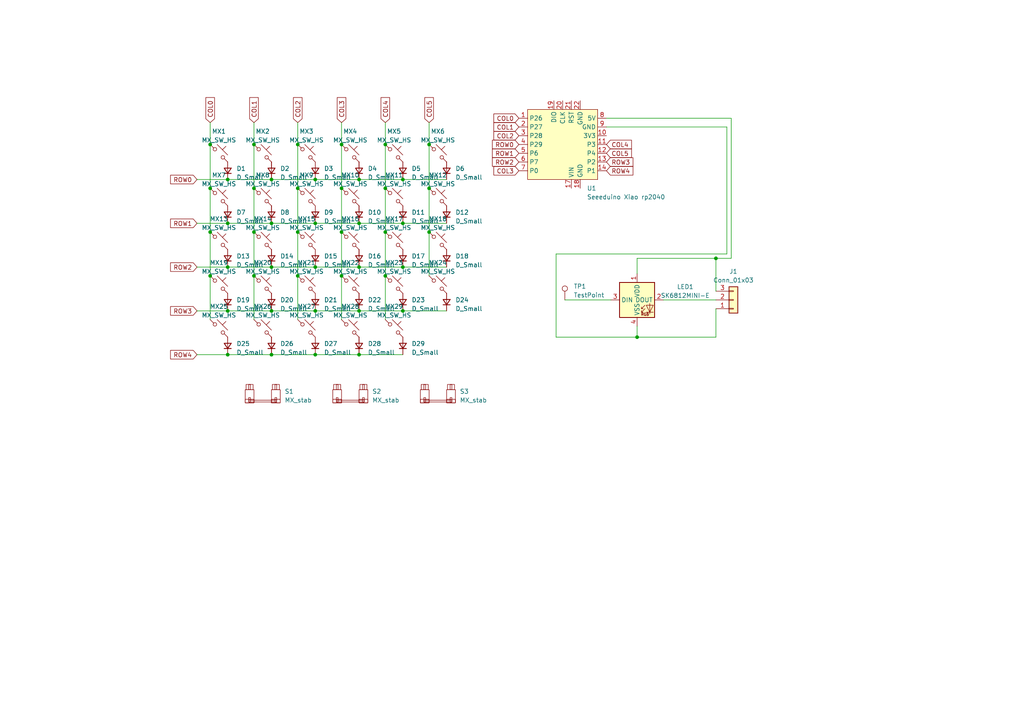
<source format=kicad_sch>
(kicad_sch (version 20230121) (generator eeschema)
  (paper "A4")
  (lib_symbols
    (symbol "Connector:TestPoint" (pin_numbers hide) (pin_names (offset 0.762) hide)
      (property "Reference" "TP" (at 0 6.858 0))
      (property "Value" "TestPoint" (at 0 5.08 0))
      (symbol "TestPoint_0_1"
        (circle (center 0 3.302) (radius 0.762))
      )
      (symbol "TestPoint_1_1"
        (pin passive line (at 0 0 90) (length 2.54) (name "1") (number "1"))
      )
    )
    (symbol "Connector_Generic:Conn_01x03" (pin_names (offset 1.016) hide)
      (property "Reference" "J" (at 0 5.08 0))
      (property "Value" "Conn_01x03" (at 0 -5.08 0))
      (symbol "Conn_01x03_1_1"
        (rectangle (start -1.27 -2.413) (end 0 -2.667) (stroke (width 0.1524)))
        (rectangle (start -1.27 0.127) (end 0 -0.127) (stroke (width 0.1524)))
        (rectangle (start -1.27 2.667) (end 0 2.413) (stroke (width 0.1524)))
        (rectangle (start -1.27 3.81) (end 1.27 -3.81) (stroke (width 0.254)) (fill (type background)))
        (pin passive line (at -5.08 2.54 0) (length 3.81) (name "Pin_1") (number "1"))
        (pin passive line (at -5.08 0 0) (length 3.81) (name "Pin_2") (number "2"))
        (pin passive line (at -5.08 -2.54 0) (length 3.81) (name "Pin_3") (number "3"))
      )
    )
    (symbol "Device:D_Small" (pin_numbers hide) (pin_names (offset 0.254) hide)
      (property "Reference" "D" (at -1.27 2.032 0))
      (property "Value" "D_Small" (at -3.81 -2.032 0))
      (symbol "D_Small_0_1"
        (polyline (pts (xy -0.762 -1.016) (xy -0.762 1.016)) (stroke (width 0.254)))
        (polyline (pts (xy -0.762 0) (xy 0.762 0)))
        (polyline (pts (xy 0.762 -1.016) (xy -0.762 0) (xy 0.762 1.016) (xy 0.762 -1.016)) (stroke (width 0.254)))
      )
      (symbol "D_Small_1_1"
        (pin passive line (at -2.54 0 0) (length 1.778) (name "K") (number "1"))
        (pin passive line (at 2.54 0 180) (length 1.778) (name "A") (number "2"))
      )
    )
    (symbol "PCM_marbastlib-mx:MX_SW_HS" (pin_numbers hide) (pin_names (offset 1.016) hide)
      (property "Reference" "MX" (at 3.048 1.016 0))
      (property "Value" "MX_SW_HS" (at 0 -3.81 0))
      (symbol "MX_SW_HS_0_1"
        (circle (center -1.1684 1.1684) (radius 0.508))
        (polyline (pts (xy -0.508 2.54) (xy 2.54 -0.508)))
        (polyline (pts (xy 1.016 1.016) (xy 2.032 2.032)))
        (polyline (pts (xy -2.54 2.54) (xy -1.524 1.524) (xy -1.524 1.524)))
        (polyline (pts (xy 1.524 -1.524) (xy 2.54 -2.54) (xy 2.54 -2.54) (xy 2.54 -2.54)))
        (circle (center 1.143 -1.1938) (radius 0.508))
        (pin passive line (at -2.54 2.54 0) (length 0) (name "1") (number "1"))
        (pin passive line (at 2.54 -2.54 180) (length 0) (name "2") (number "2"))
      )
    )
    (symbol "PCM_marbastlib-mx:MX_stab" (pin_names (offset 1.016))
      (property "Reference" "S" (at -5.08 6.35 0))
      (property "Value" "MX_stab" (at -5.08 3.81 0))
      (symbol "MX_stab_0_1"
        (rectangle (start -5.08 -1.524) (end -2.54 -2.54))
        (rectangle (start -5.08 1.27) (end -2.54 -2.54))
        (rectangle (start -4.826 2.794) (end -2.794 1.27))
        (rectangle (start -4.064 -2.286) (end -3.556 -1.016))
        (rectangle (start -4.064 -1.778) (end 4.064 -2.286))
        (rectangle (start -4.064 1.27) (end -3.556 2.794))
        (rectangle (start 2.54 -1.524) (end 5.08 -2.54))
        (rectangle (start 2.54 1.27) (end 5.08 -2.54))
        (rectangle (start 2.794 2.794) (end 4.826 1.27))
        (rectangle (start 3.556 1.27) (end 4.064 2.794))
        (rectangle (start 4.064 -2.286) (end 3.556 -1.016))
      )
    )
    (symbol "PCM_marbastlib-promicroish:Seeeduino_Xiao_rp2040" (in_bom no)
      (property "Reference" "U" (at -10.16 -12.7 0))
      (property "Value" "Seeeduino Xiao rp2040" (at -10.16 -15.24 0))
      (symbol "Seeeduino_Xiao_rp2040_1_0"
        (pin bidirectional line (at -12.7 7.62 0) (length 2.54) (name "P26") (number "1"))
        (pin power_out line (at 12.7 2.54 180) (length 2.54) (name "3V3") (number "10"))
        (pin bidirectional line (at 12.7 0 180) (length 2.54) (name "P3") (number "11"))
        (pin bidirectional line (at 12.7 -2.54 180) (length 2.54) (name "P4") (number "12"))
        (pin bidirectional line (at 12.7 -5.08 180) (length 2.54) (name "P2") (number "13"))
        (pin bidirectional line (at 12.7 -7.62 180) (length 2.54) (name "P1") (number "14"))
        (pin power_in line (at 2.54 -12.7 90) (length 2.54) (name "VIN") (number "17"))
        (pin power_in line (at 5.08 -12.7 90) (length 2.54) (name "GND") (number "18"))
        (pin bidirectional line (at -2.54 12.7 270) (length 2.54) (name "DIO") (number "19"))
        (pin bidirectional line (at -12.7 5.08 0) (length 2.54) (name "P27") (number "2"))
        (pin bidirectional line (at 0 12.7 270) (length 2.54) (name "CLK") (number "20"))
        (pin bidirectional line (at 2.54 12.7 270) (length 2.54) (name "RST") (number "21"))
        (pin power_out line (at 5.08 12.7 270) (length 2.54) (name "GND") (number "22"))
        (pin bidirectional line (at -12.7 2.54 0) (length 2.54) (name "P28") (number "3"))
        (pin bidirectional line (at -12.7 0 0) (length 2.54) (name "P29") (number "4"))
        (pin bidirectional line (at -12.7 -2.54 0) (length 2.54) (name "P6") (number "5"))
        (pin bidirectional line (at -12.7 -5.08 0) (length 2.54) (name "P7") (number "6"))
        (pin bidirectional line (at -12.7 -7.62 0) (length 2.54) (name "P0") (number "7"))
        (pin power_out line (at 12.7 7.62 180) (length 2.54) (name "5V") (number "8"))
        (pin power_out line (at 12.7 5.08 180) (length 2.54) (name "GND") (number "9"))
      )
      (symbol "Seeeduino_Xiao_rp2040_1_1"
        (rectangle (start -10.16 10.16) (end 10.16 -10.16) (fill (type background)))
      )
    )
    (symbol "PCM_marbastlib-various:SK6812MINI-E"
      (property "Reference" "LED" (at 2.54 6.35 0))
      (property "Value" "SK6812MINI-E" (at 7.62 -6.35 0))
      (symbol "SK6812MINI-E_0_0"
        (text "RGB" (at 2.286 -4.191 0) (effects (font (size 0.762 0.762))))
      )
      (symbol "SK6812MINI-E_0_1"
        (polyline (pts (xy 1.27 -3.556) (xy 1.778 -3.556)))
        (polyline (pts (xy 1.27 -2.54) (xy 1.778 -2.54)))
        (polyline (pts (xy 4.699 -3.556) (xy 2.667 -3.556)))
        (polyline (pts (xy 2.286 -2.54) (xy 1.27 -3.556) (xy 1.27 -3.048)))
        (polyline (pts (xy 2.286 -1.524) (xy 1.27 -2.54) (xy 1.27 -2.032)))
        (polyline (pts (xy 3.683 -1.016) (xy 3.683 -3.556) (xy 3.683 -4.064)))
        (polyline (pts (xy 4.699 -1.524) (xy 2.667 -1.524) (xy 3.683 -3.556) (xy 4.699 -1.524)))
        (rectangle (start 5.08 5.08) (end -5.08 -5.08) (stroke (width 0.254)) (fill (type background)))
      )
      (symbol "SK6812MINI-E_1_1"
        (pin power_in line (at 0 7.62 270) (length 2.54) (name "VDD") (number "1"))
        (pin output line (at 7.62 0 180) (length 2.54) (name "DOUT") (number "2"))
        (pin input line (at -7.62 0 0) (length 2.54) (name "DIN") (number "3"))
        (pin power_in line (at 0 -7.62 90) (length 2.54) (name "VSS") (number "4"))
      )
    )
  )
  (junction (at 86.36 67.31))
  (junction (at 91.44 90.17))
  (junction (at 91.44 77.47))
  (junction (at 207.645 74.93))
  (junction (at 78.74 102.87))
  (junction (at 111.76 80.01))
  (junction (at 73.66 41.91))
  (junction (at 60.96 54.61))
  (junction (at 116.84 64.77))
  (junction (at 111.76 67.31))
  (junction (at 99.06 67.31))
  (junction (at 60.96 41.91))
  (junction (at 78.74 64.77))
  (junction (at 60.96 67.31))
  (junction (at 111.76 54.61))
  (junction (at 91.44 52.07))
  (junction (at 73.66 67.31))
  (junction (at 104.14 90.17))
  (junction (at 99.06 80.01))
  (junction (at 104.14 52.07))
  (junction (at 86.36 54.61))
  (junction (at 78.74 52.07))
  (junction (at 66.04 52.07))
  (junction (at 66.04 77.47))
  (junction (at 86.36 41.91))
  (junction (at 99.06 41.91))
  (junction (at 124.46 67.31))
  (junction (at 66.04 102.87))
  (junction (at 60.96 80.01))
  (junction (at 124.46 41.91))
  (junction (at 104.14 77.47))
  (junction (at 116.84 90.17))
  (junction (at 78.74 90.17))
  (junction (at 124.46 54.61))
  (junction (at 66.04 64.77))
  (junction (at 86.36 80.01))
  (junction (at 66.04 90.17))
  (junction (at 111.76 41.91))
  (junction (at 91.44 102.87))
  (junction (at 104.14 102.87))
  (junction (at 73.66 80.01))
  (junction (at 91.44 64.77))
  (junction (at 184.785 97.79))
  (junction (at 104.14 64.77))
  (junction (at 116.84 52.07))
  (junction (at 116.84 77.47))
  (junction (at 78.74 77.47))
  (junction (at 99.06 54.61))
  (junction (at 73.66 54.61))
  (wire (pts (xy 212.09 34.29) (xy 212.09 74.93)))
  (wire (pts (xy 104.14 102.87) (xy 116.84 102.87)))
  (wire (pts (xy 104.14 90.17) (xy 116.84 90.17)))
  (wire (pts (xy 78.74 64.77) (xy 91.44 64.77)))
  (wire (pts (xy 57.15 90.17) (xy 66.04 90.17)))
  (wire (pts (xy 99.06 54.61) (xy 99.06 67.31)))
  (wire (pts (xy 60.96 35.56) (xy 60.96 41.91)))
  (wire (pts (xy 163.83 86.995) (xy 177.165 86.995)))
  (wire (pts (xy 60.96 80.01) (xy 60.96 92.71)))
  (wire (pts (xy 99.06 35.56) (xy 99.06 41.91)))
  (wire (pts (xy 86.36 35.56) (xy 86.36 41.91)))
  (wire (pts (xy 111.76 35.56) (xy 111.76 41.91)))
  (wire (pts (xy 207.645 86.995) (xy 192.405 86.995)))
  (wire (pts (xy 111.76 67.31) (xy 111.76 80.01)))
  (wire (pts (xy 116.84 90.17) (xy 129.54 90.17)))
  (wire (pts (xy 124.46 67.31) (xy 124.46 80.01)))
  (wire (pts (xy 210.82 73.66) (xy 161.29 73.66)))
  (wire (pts (xy 91.44 77.47) (xy 104.14 77.47)))
  (wire (pts (xy 78.74 52.07) (xy 91.44 52.07)))
  (wire (pts (xy 207.645 97.79) (xy 184.785 97.79)))
  (wire (pts (xy 124.46 35.56) (xy 124.46 41.91)))
  (wire (pts (xy 111.76 80.01) (xy 111.76 92.71)))
  (wire (pts (xy 175.895 34.29) (xy 212.09 34.29)))
  (wire (pts (xy 57.15 77.47) (xy 66.04 77.47)))
  (wire (pts (xy 86.36 54.61) (xy 86.36 67.31)))
  (wire (pts (xy 99.06 67.31) (xy 99.06 80.01)))
  (wire (pts (xy 73.66 35.56) (xy 73.66 41.91)))
  (wire (pts (xy 66.04 77.47) (xy 78.74 77.47)))
  (wire (pts (xy 104.14 77.47) (xy 116.84 77.47)))
  (wire (pts (xy 116.84 77.47) (xy 129.54 77.47)))
  (wire (pts (xy 99.06 41.91) (xy 99.06 54.61)))
  (wire (pts (xy 60.96 54.61) (xy 60.96 67.31)))
  (wire (pts (xy 73.66 41.91) (xy 73.66 54.61)))
  (wire (pts (xy 184.785 74.93) (xy 184.785 79.375)))
  (wire (pts (xy 124.46 41.91) (xy 124.46 54.61)))
  (wire (pts (xy 91.44 52.07) (xy 104.14 52.07)))
  (wire (pts (xy 210.82 36.83) (xy 210.82 73.66)))
  (wire (pts (xy 124.46 54.61) (xy 124.46 67.31)))
  (wire (pts (xy 78.74 90.17) (xy 91.44 90.17)))
  (wire (pts (xy 116.84 64.77) (xy 129.54 64.77)))
  (wire (pts (xy 207.645 74.93) (xy 207.645 84.455)))
  (wire (pts (xy 86.36 41.91) (xy 86.36 54.61)))
  (wire (pts (xy 73.66 67.31) (xy 73.66 80.01)))
  (wire (pts (xy 104.14 64.77) (xy 116.84 64.77)))
  (wire (pts (xy 207.645 89.535) (xy 207.645 97.79)))
  (wire (pts (xy 91.44 64.77) (xy 104.14 64.77)))
  (wire (pts (xy 161.29 73.66) (xy 161.29 97.79)))
  (wire (pts (xy 73.66 80.01) (xy 73.66 92.71)))
  (wire (pts (xy 207.645 74.93) (xy 184.785 74.93)))
  (wire (pts (xy 66.04 102.87) (xy 78.74 102.87)))
  (wire (pts (xy 175.895 36.83) (xy 210.82 36.83)))
  (wire (pts (xy 73.66 54.61) (xy 73.66 67.31)))
  (wire (pts (xy 57.15 102.87) (xy 66.04 102.87)))
  (wire (pts (xy 57.15 64.77) (xy 66.04 64.77)))
  (wire (pts (xy 86.36 80.01) (xy 86.36 92.71)))
  (wire (pts (xy 78.74 102.87) (xy 91.44 102.87)))
  (wire (pts (xy 66.04 52.07) (xy 78.74 52.07)))
  (wire (pts (xy 66.04 90.17) (xy 78.74 90.17)))
  (wire (pts (xy 78.74 77.47) (xy 91.44 77.47)))
  (wire (pts (xy 116.84 52.07) (xy 129.54 52.07)))
  (wire (pts (xy 111.76 41.91) (xy 111.76 54.61)))
  (wire (pts (xy 91.44 102.87) (xy 104.14 102.87)))
  (wire (pts (xy 57.15 52.07) (xy 66.04 52.07)))
  (wire (pts (xy 104.14 52.07) (xy 116.84 52.07)))
  (wire (pts (xy 91.44 90.17) (xy 104.14 90.17)))
  (wire (pts (xy 86.36 67.31) (xy 86.36 80.01)))
  (wire (pts (xy 111.76 54.61) (xy 111.76 67.31)))
  (wire (pts (xy 66.04 64.77) (xy 78.74 64.77)))
  (wire (pts (xy 99.06 80.01) (xy 99.06 92.71)))
  (wire (pts (xy 60.96 41.91) (xy 60.96 54.61)))
  (wire (pts (xy 161.29 97.79) (xy 184.785 97.79)))
  (wire (pts (xy 184.785 97.79) (xy 184.785 94.615)))
  (wire (pts (xy 212.09 74.93) (xy 207.645 74.93)))
  (wire (pts (xy 60.96 67.31) (xy 60.96 80.01)))
  (global_label "ROW4" (shape input) (at 175.895 49.53 0) (property "Intersheetrefs" "${INTERSHEET_REFS}" (effects hide)))
  (global_label "ROW1" (shape input) (at 57.15 64.77 180) (property "Intersheetrefs" "${INTERSHEET_REFS}" (effects hide)))
  (global_label "ROW2" (shape input) (at 150.495 46.99 180) (property "Intersheetrefs" "${INTERSHEET_REFS}" (effects hide)))
  (global_label "COL1" (shape input) (at 73.66 35.56 90) (property "Intersheetrefs" "${INTERSHEET_REFS}" (effects hide)))
  (global_label "ROW0" (shape input) (at 150.495 41.91 180) (property "Intersheetrefs" "${INTERSHEET_REFS}" (effects hide)))
  (global_label "ROW3" (shape input) (at 175.895 46.99 0) (property "Intersheetrefs" "${INTERSHEET_REFS}" (effects hide)))
  (global_label "COL2" (shape input) (at 150.495 39.37 180) (property "Intersheetrefs" "${INTERSHEET_REFS}" (effects hide)))
  (global_label "COL5" (shape input) (at 124.46 35.56 90) (property "Intersheetrefs" "${INTERSHEET_REFS}" (effects hide)))
  (global_label "ROW3" (shape input) (at 57.15 90.17 180) (property "Intersheetrefs" "${INTERSHEET_REFS}" (effects hide)))
  (global_label "COL3" (shape input) (at 99.06 35.56 90) (property "Intersheetrefs" "${INTERSHEET_REFS}" (effects hide)))
  (global_label "ROW4" (shape input) (at 57.15 102.87 180) (property "Intersheetrefs" "${INTERSHEET_REFS}" (effects hide)))
  (global_label "COL4" (shape input) (at 111.76 35.56 90) (property "Intersheetrefs" "${INTERSHEET_REFS}" (effects hide)))
  (global_label "ROW0" (shape input) (at 57.15 52.07 180) (property "Intersheetrefs" "${INTERSHEET_REFS}" (effects hide)))
  (global_label "COL3" (shape input) (at 150.495 49.53 180) (property "Intersheetrefs" "${INTERSHEET_REFS}" (effects hide)))
  (global_label "COL0" (shape input) (at 60.96 35.56 90) (property "Intersheetrefs" "${INTERSHEET_REFS}" (effects hide)))
  (global_label "COL5" (shape input) (at 175.895 44.45 0) (property "Intersheetrefs" "${INTERSHEET_REFS}" (effects hide)))
  (global_label "ROW1" (shape input) (at 150.495 44.45 180) (property "Intersheetrefs" "${INTERSHEET_REFS}" (effects hide)))
  (global_label "COL4" (shape input) (at 175.895 41.91 0) (property "Intersheetrefs" "${INTERSHEET_REFS}" (effects hide)))
  (global_label "ROW2" (shape input) (at 57.15 77.47 180) (property "Intersheetrefs" "${INTERSHEET_REFS}" (effects hide)))
  (global_label "COL2" (shape input) (at 86.36 35.56 90) (property "Intersheetrefs" "${INTERSHEET_REFS}" (effects hide)))
  (global_label "COL0" (shape input) (at 150.495 34.29 180) (property "Intersheetrefs" "${INTERSHEET_REFS}" (effects hide)))
  (global_label "COL1" (shape input) (at 150.495 36.83 180) (property "Intersheetrefs" "${INTERSHEET_REFS}" (effects hide)))
  (symbol (lib_id "Device:D_Small") (at 66.04 87.63 90) (unit 1)
    (property "Reference" "D19" (at 68.58 86.995 90) (effects (justify right)))
    (property "Value" "D_Small" (at 68.58 89.535 90) (effects (justify right)))
    (property "Footprint" "Diode_SMD:D_SOD-123" (effects hide))
    (property "Sim.Device" "D" (effects hide))
    (property "Sim.Pins" "1=K 2=A" (effects hide))
  )
  (symbol (lib_id "PCM_marbastlib-mx:MX_SW_HS") (at 63.5 95.25 0) (unit 1)
    (property "Reference" "MX25" (at 63.5 88.9 0))
    (property "Value" "MX_SW_HS" (at 63.5 91.44 0))
    (property "Footprint" "PCM_marbastlib-mx:SW_MX_HS_1u" (effects hide))
  )
  (symbol (lib_id "Device:D_Small") (at 129.54 74.93 90) (unit 1)
    (property "Reference" "D18" (at 132.08 74.295 90) (effects (justify right)))
    (property "Value" "D_Small" (at 132.08 76.835 90) (effects (justify right)))
    (property "Footprint" "Diode_SMD:D_SOD-123" (effects hide))
    (property "Sim.Device" "D" (effects hide))
    (property "Sim.Pins" "1=K 2=A" (effects hide))
  )
  (symbol (lib_id "PCM_marbastlib-mx:MX_SW_HS") (at 76.2 44.45 0) (unit 1)
    (property "Reference" "MX2" (at 76.2 38.1 0))
    (property "Value" "MX_SW_HS" (at 76.2 40.64 0))
    (property "Footprint" "PCM_marbastlib-mx:SW_MX_HS_1u" (effects hide))
  )
  (symbol (lib_id "Device:D_Small") (at 78.74 49.53 90) (unit 1)
    (property "Reference" "D2" (at 81.28 48.895 90) (effects (justify right)))
    (property "Value" "D_Small" (at 81.28 51.435 90) (effects (justify right)))
    (property "Footprint" "Diode_SMD:D_SOD-123" (effects hide))
    (property "Sim.Device" "D" (effects hide))
    (property "Sim.Pins" "1=K 2=A" (effects hide))
  )
  (symbol (lib_id "Device:D_Small") (at 104.14 74.93 90) (unit 1)
    (property "Reference" "D16" (at 106.68 74.295 90) (effects (justify right)))
    (property "Value" "D_Small" (at 106.68 76.835 90) (effects (justify right)))
    (property "Footprint" "Diode_SMD:D_SOD-123" (effects hide))
    (property "Sim.Device" "D" (effects hide))
    (property "Sim.Pins" "1=K 2=A" (effects hide))
  )
  (symbol (lib_id "PCM_marbastlib-mx:MX_SW_HS") (at 88.9 82.55 0) (unit 1)
    (property "Reference" "MX21" (at 88.9 76.2 0))
    (property "Value" "MX_SW_HS" (at 88.9 78.74 0))
    (property "Footprint" "PCM_marbastlib-mx:SW_MX_HS_1u" (effects hide))
  )
  (symbol (lib_id "Device:D_Small") (at 78.74 87.63 90) (unit 1)
    (property "Reference" "D20" (at 81.28 86.995 90) (effects (justify right)))
    (property "Value" "D_Small" (at 81.28 89.535 90) (effects (justify right)))
    (property "Footprint" "Diode_SMD:D_SOD-123" (effects hide))
    (property "Sim.Device" "D" (effects hide))
    (property "Sim.Pins" "1=K 2=A" (effects hide))
  )
  (symbol (lib_id "Device:D_Small") (at 66.04 49.53 90) (unit 1)
    (property "Reference" "D1" (at 68.58 48.895 90) (effects (justify right)))
    (property "Value" "D_Small" (at 68.58 51.435 90) (effects (justify right)))
    (property "Footprint" "Diode_SMD:D_SOD-123" (effects hide))
    (property "Sim.Device" "D" (effects hide))
    (property "Sim.Pins" "1=K 2=A" (effects hide))
  )
  (symbol (lib_id "PCM_marbastlib-promicroish:Seeeduino_Xiao_rp2040") (at 163.195 41.91 0) (unit 1) (in_bom no)
    (property "Reference" "U1" (at 170.2309 54.61 0) (effects (justify left)))
    (property "Value" "Seeeduino Xiao rp2040" (at 170.2309 57.15 0) (effects (justify left)))
    (property "Footprint" "PCM_marbastlib-xp-promicroish:Xiao_rp2040_ACH" (effects hide))
  )
  (symbol (lib_id "Device:D_Small") (at 104.14 62.23 90) (unit 1)
    (property "Reference" "D10" (at 106.68 61.595 90) (effects (justify right)))
    (property "Value" "D_Small" (at 106.68 64.135 90) (effects (justify right)))
    (property "Footprint" "Diode_SMD:D_SOD-123" (effects hide))
    (property "Sim.Device" "D" (effects hide))
    (property "Sim.Pins" "1=K 2=A" (effects hide))
  )
  (symbol (lib_id "PCM_marbastlib-mx:MX_SW_HS") (at 76.2 57.15 0) (unit 1)
    (property "Reference" "MX8" (at 76.2 50.8 0))
    (property "Value" "MX_SW_HS" (at 76.2 53.34 0))
    (property "Footprint" "PCM_marbastlib-mx:SW_MX_HS_1u" (effects hide))
  )
  (symbol (lib_id "PCM_marbastlib-mx:MX_stab") (at 101.6 114.3 0) (unit 1)
    (property "Reference" "S2" (at 107.95 113.538 0) (effects (justify left)))
    (property "Value" "MX_stab" (at 107.95 116.078 0) (effects (justify left)))
    (property "Footprint" "PCM_marbastlib-mx:STAB_MX_P_2.75u" (effects hide))
  )
  (symbol (lib_id "Device:D_Small") (at 116.84 100.33 90) (unit 1)
    (property "Reference" "D29" (at 119.38 99.695 90) (effects (justify right)))
    (property "Value" "D_Small" (at 119.38 102.235 90) (effects (justify right)))
    (property "Footprint" "Diode_SMD:D_SOD-123" (effects hide))
    (property "Sim.Device" "D" (effects hide))
    (property "Sim.Pins" "1=K 2=A" (effects hide))
  )
  (symbol (lib_id "Device:D_Small") (at 78.74 62.23 90) (unit 1)
    (property "Reference" "D8" (at 81.28 61.595 90) (effects (justify right)))
    (property "Value" "D_Small" (at 81.28 64.135 90) (effects (justify right)))
    (property "Footprint" "Diode_SMD:D_SOD-123" (effects hide))
    (property "Sim.Device" "D" (effects hide))
    (property "Sim.Pins" "1=K 2=A" (effects hide))
  )
  (symbol (lib_id "Device:D_Small") (at 91.44 49.53 90) (unit 1)
    (property "Reference" "D3" (at 93.98 48.895 90) (effects (justify right)))
    (property "Value" "D_Small" (at 93.98 51.435 90) (effects (justify right)))
    (property "Footprint" "Diode_SMD:D_SOD-123" (effects hide))
    (property "Sim.Device" "D" (effects hide))
    (property "Sim.Pins" "1=K 2=A" (effects hide))
  )
  (symbol (lib_id "PCM_marbastlib-mx:MX_SW_HS") (at 88.9 44.45 0) (unit 1)
    (property "Reference" "MX3" (at 88.9 38.1 0))
    (property "Value" "MX_SW_HS" (at 88.9 40.64 0))
    (property "Footprint" "PCM_marbastlib-mx:SW_MX_HS_1u" (effects hide))
  )
  (symbol (lib_id "PCM_marbastlib-mx:MX_SW_HS") (at 63.5 44.45 0) (unit 1)
    (property "Reference" "MX1" (at 63.5 38.1 0))
    (property "Value" "MX_SW_HS" (at 63.5 40.64 0))
    (property "Footprint" "PCM_marbastlib-mx:SW_MX_HS_1.5u" (effects hide))
  )
  (symbol (lib_id "Device:D_Small") (at 116.84 62.23 90) (unit 1)
    (property "Reference" "D11" (at 119.38 61.595 90) (effects (justify right)))
    (property "Value" "D_Small" (at 119.38 64.135 90) (effects (justify right)))
    (property "Footprint" "Diode_SMD:D_SOD-123" (effects hide))
    (property "Sim.Device" "D" (effects hide))
    (property "Sim.Pins" "1=K 2=A" (effects hide))
  )
  (symbol (lib_id "Device:D_Small") (at 116.84 74.93 90) (unit 1)
    (property "Reference" "D17" (at 119.38 74.295 90) (effects (justify right)))
    (property "Value" "D_Small" (at 119.38 76.835 90) (effects (justify right)))
    (property "Footprint" "Diode_SMD:D_SOD-123" (effects hide))
    (property "Sim.Device" "D" (effects hide))
    (property "Sim.Pins" "1=K 2=A" (effects hide))
  )
  (symbol (lib_id "PCM_marbastlib-mx:MX_SW_HS") (at 101.6 44.45 0) (unit 1)
    (property "Reference" "MX4" (at 101.6 38.1 0))
    (property "Value" "MX_SW_HS" (at 101.6 40.64 0))
    (property "Footprint" "PCM_marbastlib-mx:SW_MX_HS_1u" (effects hide))
  )
  (symbol (lib_id "PCM_marbastlib-mx:MX_SW_HS") (at 114.3 82.55 0) (unit 1)
    (property "Reference" "MX23" (at 114.3 76.2 0))
    (property "Value" "MX_SW_HS" (at 114.3 78.74 0))
    (property "Footprint" "PCM_marbastlib-mx:SW_MX_HS_1u" (effects hide))
  )
  (symbol (lib_id "PCM_marbastlib-mx:MX_SW_HS") (at 101.6 57.15 0) (unit 1)
    (property "Reference" "MX10" (at 101.6 50.8 0))
    (property "Value" "MX_SW_HS" (at 101.6 53.34 0))
    (property "Footprint" "PCM_marbastlib-mx:SW_MX_HS_1u" (effects hide))
  )
  (symbol (lib_id "Device:D_Small") (at 66.04 100.33 90) (unit 1)
    (property "Reference" "D25" (at 68.58 99.695 90) (effects (justify right)))
    (property "Value" "D_Small" (at 68.58 102.235 90) (effects (justify right)))
    (property "Footprint" "Diode_SMD:D_SOD-123" (effects hide))
    (property "Sim.Device" "D" (effects hide))
    (property "Sim.Pins" "1=K 2=A" (effects hide))
  )
  (symbol (lib_id "PCM_marbastlib-mx:MX_SW_HS") (at 101.6 82.55 0) (unit 1)
    (property "Reference" "MX22" (at 101.6 76.2 0))
    (property "Value" "MX_SW_HS" (at 101.6 78.74 0))
    (property "Footprint" "PCM_marbastlib-mx:SW_MX_HS_1u" (effects hide))
  )
  (symbol (lib_id "PCM_marbastlib-mx:MX_SW_HS") (at 127 57.15 0) (unit 1)
    (property "Reference" "MX12" (at 127 50.8 0))
    (property "Value" "MX_SW_HS" (at 127 53.34 0))
    (property "Footprint" "PCM_marbastlib-mx:SW_MX_HS_1u" (effects hide))
  )
  (symbol (lib_id "Device:D_Small") (at 104.14 100.33 90) (unit 1)
    (property "Reference" "D28" (at 106.68 99.695 90) (effects (justify right)))
    (property "Value" "D_Small" (at 106.68 102.235 90) (effects (justify right)))
    (property "Footprint" "Diode_SMD:D_SOD-123" (effects hide))
    (property "Sim.Device" "D" (effects hide))
    (property "Sim.Pins" "1=K 2=A" (effects hide))
  )
  (symbol (lib_id "Device:D_Small") (at 129.54 87.63 90) (unit 1)
    (property "Reference" "D24" (at 132.08 86.995 90) (effects (justify right)))
    (property "Value" "D_Small" (at 132.08 89.535 90) (effects (justify right)))
    (property "Footprint" "Diode_SMD:D_SOD-123" (effects hide))
    (property "Sim.Device" "D" (effects hide))
    (property "Sim.Pins" "1=K 2=A" (effects hide))
  )
  (symbol (lib_id "Device:D_Small") (at 116.84 49.53 90) (unit 1)
    (property "Reference" "D5" (at 119.38 48.895 90) (effects (justify right)))
    (property "Value" "D_Small" (at 119.38 51.435 90) (effects (justify right)))
    (property "Footprint" "Diode_SMD:D_SOD-123" (effects hide))
    (property "Sim.Device" "D" (effects hide))
    (property "Sim.Pins" "1=K 2=A" (effects hide))
  )
  (symbol (lib_id "PCM_marbastlib-mx:MX_SW_HS") (at 114.3 69.85 0) (unit 1)
    (property "Reference" "MX17" (at 114.3 63.5 0))
    (property "Value" "MX_SW_HS" (at 114.3 66.04 0))
    (property "Footprint" "PCM_marbastlib-mx:SW_MX_HS_1u" (effects hide))
  )
  (symbol (lib_id "PCM_marbastlib-mx:MX_SW_HS") (at 127 69.85 0) (unit 1)
    (property "Reference" "MX18" (at 127 63.5 0))
    (property "Value" "MX_SW_HS" (at 127 66.04 0))
    (property "Footprint" "PCM_marbastlib-mx:SW_MX_HS_1u" (effects hide))
  )
  (symbol (lib_id "Device:D_Small") (at 129.54 49.53 90) (unit 1)
    (property "Reference" "D6" (at 132.08 48.895 90) (effects (justify right)))
    (property "Value" "D_Small" (at 132.08 51.435 90) (effects (justify right)))
    (property "Footprint" "Diode_SMD:D_SOD-123" (effects hide))
    (property "Sim.Device" "D" (effects hide))
    (property "Sim.Pins" "1=K 2=A" (effects hide))
  )
  (symbol (lib_id "Device:D_Small") (at 91.44 87.63 90) (unit 1)
    (property "Reference" "D21" (at 93.98 86.995 90) (effects (justify right)))
    (property "Value" "D_Small" (at 93.98 89.535 90) (effects (justify right)))
    (property "Footprint" "Diode_SMD:D_SOD-123" (effects hide))
    (property "Sim.Device" "D" (effects hide))
    (property "Sim.Pins" "1=K 2=A" (effects hide))
  )
  (symbol (lib_id "PCM_marbastlib-mx:MX_SW_HS") (at 127 82.55 0) (unit 1)
    (property "Reference" "MX24" (at 127 76.2 0))
    (property "Value" "MX_SW_HS" (at 127 78.74 0))
    (property "Footprint" "PCM_marbastlib-mx:SW_MX_HS_1u" (effects hide))
  )
  (symbol (lib_id "PCM_marbastlib-mx:MX_SW_HS") (at 101.6 69.85 0) (unit 1)
    (property "Reference" "MX16" (at 101.6 63.5 0))
    (property "Value" "MX_SW_HS" (at 101.6 66.04 0))
    (property "Footprint" "PCM_marbastlib-mx:SW_MX_HS_1u" (effects hide))
  )
  (symbol (lib_id "PCM_marbastlib-mx:MX_stab") (at 127 114.3 0) (unit 1)
    (property "Reference" "S3" (at 133.35 113.538 0) (effects (justify left)))
    (property "Value" "MX_stab" (at 133.35 116.078 0) (effects (justify left)))
    (property "Footprint" "PCM_marbastlib-mx:STAB_MX_P_ISO-ROT" (effects hide))
  )
  (symbol (lib_id "PCM_marbastlib-mx:MX_SW_HS") (at 114.3 57.15 0) (unit 1)
    (property "Reference" "MX11" (at 114.3 50.8 0))
    (property "Value" "MX_SW_HS" (at 114.3 53.34 0))
    (property "Footprint" "PCM_marbastlib-mx:SW_MX_HS_1u" (effects hide))
  )
  (symbol (lib_id "Device:D_Small") (at 66.04 74.93 90) (unit 1)
    (property "Reference" "D13" (at 68.58 74.295 90) (effects (justify right)))
    (property "Value" "D_Small" (at 68.58 76.835 90) (effects (justify right)))
    (property "Footprint" "Diode_SMD:D_SOD-123" (effects hide))
    (property "Sim.Device" "D" (effects hide))
    (property "Sim.Pins" "1=K 2=A" (effects hide))
  )
  (symbol (lib_id "PCM_marbastlib-mx:MX_SW_HS") (at 76.2 95.25 0) (unit 1)
    (property "Reference" "MX26" (at 76.2 88.9 0))
    (property "Value" "MX_SW_HS" (at 76.2 91.44 0))
    (property "Footprint" "PCM_marbastlib-mx:SW_MX_HS_1u" (effects hide))
  )
  (symbol (lib_id "PCM_marbastlib-mx:MX_SW_HS") (at 127 44.45 0) (unit 1)
    (property "Reference" "MX6" (at 127 38.1 0))
    (property "Value" "MX_SW_HS" (at 127 40.64 0))
    (property "Footprint" "PCM_marbastlib-mx:SW_MX_HS_1u" (effects hide))
  )
  (symbol (lib_id "PCM_marbastlib-mx:MX_SW_HS") (at 63.5 57.15 0) (unit 1)
    (property "Reference" "MX7" (at 63.5 50.8 0))
    (property "Value" "MX_SW_HS" (at 63.5 53.34 0))
    (property "Footprint" "PCM_marbastlib-mx:SW_MX_HS_1.75u_STP_1.25" (effects hide))
  )
  (symbol (lib_id "PCM_marbastlib-mx:MX_SW_HS") (at 88.9 57.15 0) (unit 1)
    (property "Reference" "MX9" (at 88.9 50.8 0))
    (property "Value" "MX_SW_HS" (at 88.9 53.34 0))
    (property "Footprint" "PCM_marbastlib-mx:SW_MX_HS_1u" (effects hide))
  )
  (symbol (lib_id "PCM_marbastlib-mx:MX_SW_HS") (at 114.3 44.45 0) (unit 1)
    (property "Reference" "MX5" (at 114.3 38.1 0))
    (property "Value" "MX_SW_HS" (at 114.3 40.64 0))
    (property "Footprint" "PCM_marbastlib-mx:SW_MX_HS_1u" (effects hide))
  )
  (symbol (lib_id "Device:D_Small") (at 104.14 87.63 90) (unit 1)
    (property "Reference" "D22" (at 106.68 86.995 90) (effects (justify right)))
    (property "Value" "D_Small" (at 106.68 89.535 90) (effects (justify right)))
    (property "Footprint" "Diode_SMD:D_SOD-123" (effects hide))
    (property "Sim.Device" "D" (effects hide))
    (property "Sim.Pins" "1=K 2=A" (effects hide))
  )
  (symbol (lib_id "Device:D_Small") (at 104.14 49.53 90) (unit 1)
    (property "Reference" "D4" (at 106.68 48.895 90) (effects (justify right)))
    (property "Value" "D_Small" (at 106.68 51.435 90) (effects (justify right)))
    (property "Footprint" "Diode_SMD:D_SOD-123" (effects hide))
    (property "Sim.Device" "D" (effects hide))
    (property "Sim.Pins" "1=K 2=A" (effects hide))
  )
  (symbol (lib_id "PCM_marbastlib-mx:MX_SW_HS") (at 88.9 95.25 0) (unit 1)
    (property "Reference" "MX27" (at 88.9 88.9 0))
    (property "Value" "MX_SW_HS" (at 88.9 91.44 0))
    (property "Footprint" "PCM_marbastlib-mx:SW_MX_HS_1u" (effects hide))
  )
  (symbol (lib_id "PCM_marbastlib-mx:MX_SW_HS") (at 88.9 69.85 0) (unit 1)
    (property "Reference" "MX15" (at 88.9 63.5 0))
    (property "Value" "MX_SW_HS" (at 88.9 66.04 0))
    (property "Footprint" "PCM_marbastlib-mx:SW_MX_HS_1u" (effects hide))
  )
  (symbol (lib_id "Device:D_Small") (at 78.74 74.93 90) (unit 1)
    (property "Reference" "D14" (at 81.28 74.295 90) (effects (justify right)))
    (property "Value" "D_Small" (at 81.28 76.835 90) (effects (justify right)))
    (property "Footprint" "Diode_SMD:D_SOD-123" (effects hide))
    (property "Sim.Device" "D" (effects hide))
    (property "Sim.Pins" "1=K 2=A" (effects hide))
  )
  (symbol (lib_id "PCM_marbastlib-mx:MX_SW_HS") (at 63.5 69.85 0) (unit 1)
    (property "Reference" "MX13" (at 63.5 63.5 0))
    (property "Value" "MX_SW_HS" (at 63.5 66.04 0))
    (property "Footprint" "PCM_marbastlib-mx:SW_MX_HS_1u" (effects hide))
  )
  (symbol (lib_id "PCM_marbastlib-various:SK6812MINI-E") (at 184.785 86.995 0) (unit 1)
    (property "Reference" "LED1" (at 198.755 83.185 0))
    (property "Value" "SK6812MINI-E" (at 198.755 85.725 0))
    (property "Footprint" "PCM_marbastlib-mx:LED_MX_6028R" (effects hide))
  )
  (symbol (lib_id "Device:D_Small") (at 91.44 100.33 90) (unit 1)
    (property "Reference" "D27" (at 93.98 99.695 90) (effects (justify right)))
    (property "Value" "D_Small" (at 93.98 102.235 90) (effects (justify right)))
    (property "Footprint" "Diode_SMD:D_SOD-123" (effects hide))
    (property "Sim.Device" "D" (effects hide))
    (property "Sim.Pins" "1=K 2=A" (effects hide))
  )
  (symbol (lib_id "Device:D_Small") (at 66.04 62.23 90) (unit 1)
    (property "Reference" "D7" (at 68.58 61.595 90) (effects (justify right)))
    (property "Value" "D_Small" (at 68.58 64.135 90) (effects (justify right)))
    (property "Footprint" "Diode_SMD:D_SOD-123" (effects hide))
    (property "Sim.Device" "D" (effects hide))
    (property "Sim.Pins" "1=K 2=A" (effects hide))
  )
  (symbol (lib_id "Connector:TestPoint") (at 163.83 86.995 0) (unit 1)
    (property "Reference" "TP1" (at 166.37 83.058 0) (effects (justify left)))
    (property "Value" "TestPoint" (at 166.37 85.598 0) (effects (justify left)))
    (property "Footprint" "TestPoint:TestPoint_THTPad_D2.0mm_Drill1.0mm" (effects hide))
  )
  (symbol (lib_id "PCM_marbastlib-mx:MX_SW_HS") (at 63.5 82.55 0) (unit 1)
    (property "Reference" "MX19" (at 63.5 76.2 0))
    (property "Value" "MX_SW_HS" (at 63.5 78.74 0))
    (property "Footprint" "PCM_marbastlib-mx:SW_MX_HS_1.25u" (effects hide))
  )
  (symbol (lib_id "PCM_marbastlib-mx:MX_SW_HS") (at 76.2 82.55 0) (unit 1)
    (property "Reference" "MX20" (at 76.2 76.2 0))
    (property "Value" "MX_SW_HS" (at 76.2 78.74 0))
    (property "Footprint" "PCM_marbastlib-mx:SW_MX_HS_1u" (effects hide))
  )
  (symbol (lib_id "Device:D_Small") (at 116.84 87.63 90) (unit 1)
    (property "Reference" "D23" (at 119.38 86.995 90) (effects (justify right)))
    (property "Value" "D_Small" (at 119.38 89.535 90) (effects (justify right)))
    (property "Footprint" "Diode_SMD:D_SOD-123" (effects hide))
    (property "Sim.Device" "D" (effects hide))
    (property "Sim.Pins" "1=K 2=A" (effects hide))
  )
  (symbol (lib_id "PCM_marbastlib-mx:MX_SW_HS") (at 76.2 69.85 0) (unit 1)
    (property "Reference" "MX14" (at 76.2 63.5 0))
    (property "Value" "MX_SW_HS" (at 76.2 66.04 0))
    (property "Footprint" "PCM_marbastlib-mx:SW_MX_HS_1u" (effects hide))
  )
  (symbol (lib_id "PCM_marbastlib-mx:MX_SW_HS") (at 114.3 95.25 0) (unit 1)
    (property "Reference" "MX29" (at 114.3 88.9 0))
    (property "Value" "MX_SW_HS" (at 114.3 91.44 0))
    (property "Footprint" "PCM_marbastlib-mx:SW_MX_HS_1u" (effects hide))
  )
  (symbol (lib_id "Device:D_Small") (at 91.44 62.23 90) (unit 1)
    (property "Reference" "D9" (at 93.98 61.595 90) (effects (justify right)))
    (property "Value" "D_Small" (at 93.98 64.135 90) (effects (justify right)))
    (property "Footprint" "Diode_SMD:D_SOD-123" (effects hide))
    (property "Sim.Device" "D" (effects hide))
    (property "Sim.Pins" "1=K 2=A" (effects hide))
  )
  (symbol (lib_id "PCM_marbastlib-mx:MX_SW_HS") (at 101.6 95.25 0) (unit 1)
    (property "Reference" "MX28" (at 101.6 88.9 0))
    (property "Value" "MX_SW_HS" (at 101.6 91.44 0))
    (property "Footprint" "PCM_marbastlib-mx:SW_MX_HS_1u" (effects hide))
  )
  (symbol (lib_id "PCM_marbastlib-mx:MX_stab") (at 76.2 114.3 0) (unit 1)
    (property "Reference" "S1" (at 82.55 113.538 0) (effects (justify left)))
    (property "Value" "MX_stab" (at 82.55 116.078 0) (effects (justify left)))
    (property "Footprint" "PCM_marbastlib-mx:STAB_MX_P_2u" (effects hide))
  )
  (symbol (lib_id "Connector_Generic:Conn_01x03") (at 212.725 86.995 0) (mirror x) (unit 1)
    (property "Reference" "J1" (at 212.725 78.74 0))
    (property "Value" "Conn_01x03" (at 212.725 81.28 0))
    (property "Footprint" "Connector_PinHeader_2.54mm:PinHeader_1x03_P2.54mm_Vertical" (effects hide))
  )
  (symbol (lib_id "Device:D_Small") (at 129.54 62.23 90) (unit 1)
    (property "Reference" "D12" (at 132.08 61.595 90) (effects (justify right)))
    (property "Value" "D_Small" (at 132.08 64.135 90) (effects (justify right)))
    (property "Footprint" "Diode_SMD:D_SOD-123" (effects hide))
    (property "Sim.Device" "D" (effects hide))
    (property "Sim.Pins" "1=K 2=A" (effects hide))
  )
  (symbol (lib_id "Device:D_Small") (at 78.74 100.33 90) (unit 1)
    (property "Reference" "D26" (at 81.28 99.695 90) (effects (justify right)))
    (property "Value" "D_Small" (at 81.28 102.235 90) (effects (justify right)))
    (property "Footprint" "Diode_SMD:D_SOD-123" (effects hide))
    (property "Sim.Device" "D" (effects hide))
    (property "Sim.Pins" "1=K 2=A" (effects hide))
  )
  (symbol (lib_id "Device:D_Small") (at 91.44 74.93 90) (unit 1)
    (property "Reference" "D15" (at 93.98 74.295 90) (effects (justify right)))
    (property "Value" "D_Small" (at 93.98 76.835 90) (effects (justify right)))
    (property "Footprint" "Diode_SMD:D_SOD-123" (effects hide))
    (property "Sim.Device" "D" (effects hide))
    (property "Sim.Pins" "1=K 2=A" (effects hide))
  )
)
</source>
